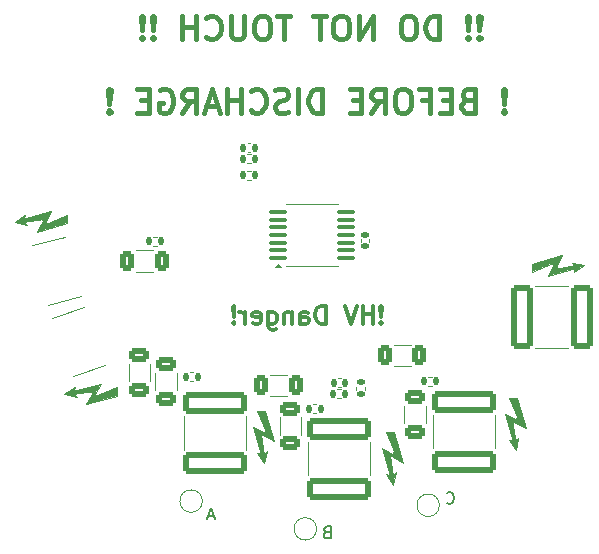
<source format=gbr>
%TF.GenerationSoftware,KiCad,Pcbnew,9.0.0*%
%TF.CreationDate,2025-06-01T03:36:43+08:00*%
%TF.ProjectId,CAPSTONE_MC,43415053-544f-44e4-955f-4d432e6b6963,Ver. 1.0.0*%
%TF.SameCoordinates,Original*%
%TF.FileFunction,Legend,Bot*%
%TF.FilePolarity,Positive*%
%FSLAX46Y46*%
G04 Gerber Fmt 4.6, Leading zero omitted, Abs format (unit mm)*
G04 Created by KiCad (PCBNEW 9.0.0) date 2025-06-01 03:36:43*
%MOMM*%
%LPD*%
G01*
G04 APERTURE LIST*
G04 Aperture macros list*
%AMRoundRect*
0 Rectangle with rounded corners*
0 $1 Rounding radius*
0 $2 $3 $4 $5 $6 $7 $8 $9 X,Y pos of 4 corners*
0 Add a 4 corners polygon primitive as box body*
4,1,4,$2,$3,$4,$5,$6,$7,$8,$9,$2,$3,0*
0 Add four circle primitives for the rounded corners*
1,1,$1+$1,$2,$3*
1,1,$1+$1,$4,$5*
1,1,$1+$1,$6,$7*
1,1,$1+$1,$8,$9*
0 Add four rect primitives between the rounded corners*
20,1,$1+$1,$2,$3,$4,$5,0*
20,1,$1+$1,$4,$5,$6,$7,0*
20,1,$1+$1,$6,$7,$8,$9,0*
20,1,$1+$1,$8,$9,$2,$3,0*%
G04 Aperture macros list end*
%ADD10C,0.150000*%
%ADD11C,0.300000*%
%ADD12C,0.400000*%
%ADD13C,0.200000*%
%ADD14C,0.100000*%
%ADD15C,0.120000*%
%ADD16C,2.200000*%
%ADD17RoundRect,0.250000X0.625000X-0.312500X0.625000X0.312500X-0.625000X0.312500X-0.625000X-0.312500X0*%
%ADD18RoundRect,0.250000X-0.625000X0.312500X-0.625000X-0.312500X0.625000X-0.312500X0.625000X0.312500X0*%
%ADD19RoundRect,0.250000X2.450000X-0.650000X2.450000X0.650000X-2.450000X0.650000X-2.450000X-0.650000X0*%
%ADD20RoundRect,0.250000X0.650000X2.450000X-0.650000X2.450000X-0.650000X-2.450000X0.650000X-2.450000X0*%
%ADD21RoundRect,0.135000X-0.135000X-0.185000X0.135000X-0.185000X0.135000X0.185000X-0.135000X0.185000X0*%
%ADD22RoundRect,0.250000X0.006255X-2.534751X1.261958X-2.198286X-0.006255X2.534751X-1.261958X2.198286X0*%
%ADD23RoundRect,0.140000X0.140000X0.170000X-0.140000X0.170000X-0.140000X-0.170000X0.140000X-0.170000X0*%
%ADD24RoundRect,0.135000X0.135000X0.185000X-0.135000X0.185000X-0.135000X-0.185000X0.135000X-0.185000X0*%
%ADD25RoundRect,0.140000X-0.140000X-0.170000X0.140000X-0.170000X0.140000X0.170000X-0.140000X0.170000X0*%
%ADD26C,1.500000*%
%ADD27RoundRect,0.250000X0.312500X0.625000X-0.312500X0.625000X-0.312500X-0.625000X0.312500X-0.625000X0*%
%ADD28RoundRect,0.250000X-0.312500X-0.625000X0.312500X-0.625000X0.312500X0.625000X-0.312500X0.625000X0*%
%ADD29RoundRect,0.140000X-0.170000X0.140000X-0.170000X-0.140000X0.170000X-0.140000X0.170000X0.140000X0*%
%ADD30RoundRect,0.135000X-0.185000X0.135000X-0.185000X-0.135000X0.185000X-0.135000X0.185000X0.135000X0*%
%ADD31RoundRect,0.250000X0.227149X-2.524560X1.448750X-2.079934X-0.227149X2.524560X-1.448750X2.079934X0*%
%ADD32RoundRect,0.100000X-0.637500X-0.100000X0.637500X-0.100000X0.637500X0.100000X-0.637500X0.100000X0*%
G04 APERTURE END LIST*
D10*
X112391792Y-81674580D02*
X112439411Y-81722200D01*
X112439411Y-81722200D02*
X112582268Y-81769819D01*
X112582268Y-81769819D02*
X112677506Y-81769819D01*
X112677506Y-81769819D02*
X112820363Y-81722200D01*
X112820363Y-81722200D02*
X112915601Y-81626961D01*
X112915601Y-81626961D02*
X112963220Y-81531723D01*
X112963220Y-81531723D02*
X113010839Y-81341247D01*
X113010839Y-81341247D02*
X113010839Y-81198390D01*
X113010839Y-81198390D02*
X112963220Y-81007914D01*
X112963220Y-81007914D02*
X112915601Y-80912676D01*
X112915601Y-80912676D02*
X112820363Y-80817438D01*
X112820363Y-80817438D02*
X112677506Y-80769819D01*
X112677506Y-80769819D02*
X112582268Y-80769819D01*
X112582268Y-80769819D02*
X112439411Y-80817438D01*
X112439411Y-80817438D02*
X112391792Y-80865057D01*
X102229887Y-84146009D02*
X102087030Y-84193628D01*
X102087030Y-84193628D02*
X102039411Y-84241247D01*
X102039411Y-84241247D02*
X101991792Y-84336485D01*
X101991792Y-84336485D02*
X101991792Y-84479342D01*
X101991792Y-84479342D02*
X102039411Y-84574580D01*
X102039411Y-84574580D02*
X102087030Y-84622200D01*
X102087030Y-84622200D02*
X102182268Y-84669819D01*
X102182268Y-84669819D02*
X102563220Y-84669819D01*
X102563220Y-84669819D02*
X102563220Y-83669819D01*
X102563220Y-83669819D02*
X102229887Y-83669819D01*
X102229887Y-83669819D02*
X102134649Y-83717438D01*
X102134649Y-83717438D02*
X102087030Y-83765057D01*
X102087030Y-83765057D02*
X102039411Y-83860295D01*
X102039411Y-83860295D02*
X102039411Y-83955533D01*
X102039411Y-83955533D02*
X102087030Y-84050771D01*
X102087030Y-84050771D02*
X102134649Y-84098390D01*
X102134649Y-84098390D02*
X102229887Y-84146009D01*
X102229887Y-84146009D02*
X102563220Y-84146009D01*
D11*
X106845489Y-66357971D02*
X106774060Y-66429400D01*
X106774060Y-66429400D02*
X106845489Y-66500828D01*
X106845489Y-66500828D02*
X106916917Y-66429400D01*
X106916917Y-66429400D02*
X106845489Y-66357971D01*
X106845489Y-66357971D02*
X106845489Y-66500828D01*
X106845489Y-65929400D02*
X106916917Y-65072257D01*
X106916917Y-65072257D02*
X106845489Y-65000828D01*
X106845489Y-65000828D02*
X106774060Y-65072257D01*
X106774060Y-65072257D02*
X106845489Y-65929400D01*
X106845489Y-65929400D02*
X106845489Y-65000828D01*
X106131203Y-66500828D02*
X106131203Y-65000828D01*
X106131203Y-65715114D02*
X105274060Y-65715114D01*
X105274060Y-66500828D02*
X105274060Y-65000828D01*
X104774059Y-65000828D02*
X104274059Y-66500828D01*
X104274059Y-66500828D02*
X103774059Y-65000828D01*
X102131203Y-66500828D02*
X102131203Y-65000828D01*
X102131203Y-65000828D02*
X101774060Y-65000828D01*
X101774060Y-65000828D02*
X101559774Y-65072257D01*
X101559774Y-65072257D02*
X101416917Y-65215114D01*
X101416917Y-65215114D02*
X101345488Y-65357971D01*
X101345488Y-65357971D02*
X101274060Y-65643685D01*
X101274060Y-65643685D02*
X101274060Y-65857971D01*
X101274060Y-65857971D02*
X101345488Y-66143685D01*
X101345488Y-66143685D02*
X101416917Y-66286542D01*
X101416917Y-66286542D02*
X101559774Y-66429400D01*
X101559774Y-66429400D02*
X101774060Y-66500828D01*
X101774060Y-66500828D02*
X102131203Y-66500828D01*
X99988346Y-66500828D02*
X99988346Y-65715114D01*
X99988346Y-65715114D02*
X100059774Y-65572257D01*
X100059774Y-65572257D02*
X100202631Y-65500828D01*
X100202631Y-65500828D02*
X100488346Y-65500828D01*
X100488346Y-65500828D02*
X100631203Y-65572257D01*
X99988346Y-66429400D02*
X100131203Y-66500828D01*
X100131203Y-66500828D02*
X100488346Y-66500828D01*
X100488346Y-66500828D02*
X100631203Y-66429400D01*
X100631203Y-66429400D02*
X100702631Y-66286542D01*
X100702631Y-66286542D02*
X100702631Y-66143685D01*
X100702631Y-66143685D02*
X100631203Y-66000828D01*
X100631203Y-66000828D02*
X100488346Y-65929400D01*
X100488346Y-65929400D02*
X100131203Y-65929400D01*
X100131203Y-65929400D02*
X99988346Y-65857971D01*
X99274060Y-65500828D02*
X99274060Y-66500828D01*
X99274060Y-65643685D02*
X99202631Y-65572257D01*
X99202631Y-65572257D02*
X99059774Y-65500828D01*
X99059774Y-65500828D02*
X98845488Y-65500828D01*
X98845488Y-65500828D02*
X98702631Y-65572257D01*
X98702631Y-65572257D02*
X98631203Y-65715114D01*
X98631203Y-65715114D02*
X98631203Y-66500828D01*
X97274060Y-65500828D02*
X97274060Y-66715114D01*
X97274060Y-66715114D02*
X97345488Y-66857971D01*
X97345488Y-66857971D02*
X97416917Y-66929400D01*
X97416917Y-66929400D02*
X97559774Y-67000828D01*
X97559774Y-67000828D02*
X97774060Y-67000828D01*
X97774060Y-67000828D02*
X97916917Y-66929400D01*
X97274060Y-66429400D02*
X97416917Y-66500828D01*
X97416917Y-66500828D02*
X97702631Y-66500828D01*
X97702631Y-66500828D02*
X97845488Y-66429400D01*
X97845488Y-66429400D02*
X97916917Y-66357971D01*
X97916917Y-66357971D02*
X97988345Y-66215114D01*
X97988345Y-66215114D02*
X97988345Y-65786542D01*
X97988345Y-65786542D02*
X97916917Y-65643685D01*
X97916917Y-65643685D02*
X97845488Y-65572257D01*
X97845488Y-65572257D02*
X97702631Y-65500828D01*
X97702631Y-65500828D02*
X97416917Y-65500828D01*
X97416917Y-65500828D02*
X97274060Y-65572257D01*
X95988345Y-66429400D02*
X96131202Y-66500828D01*
X96131202Y-66500828D02*
X96416917Y-66500828D01*
X96416917Y-66500828D02*
X96559774Y-66429400D01*
X96559774Y-66429400D02*
X96631202Y-66286542D01*
X96631202Y-66286542D02*
X96631202Y-65715114D01*
X96631202Y-65715114D02*
X96559774Y-65572257D01*
X96559774Y-65572257D02*
X96416917Y-65500828D01*
X96416917Y-65500828D02*
X96131202Y-65500828D01*
X96131202Y-65500828D02*
X95988345Y-65572257D01*
X95988345Y-65572257D02*
X95916917Y-65715114D01*
X95916917Y-65715114D02*
X95916917Y-65857971D01*
X95916917Y-65857971D02*
X96631202Y-66000828D01*
X95274060Y-66500828D02*
X95274060Y-65500828D01*
X95274060Y-65786542D02*
X95202631Y-65643685D01*
X95202631Y-65643685D02*
X95131203Y-65572257D01*
X95131203Y-65572257D02*
X94988345Y-65500828D01*
X94988345Y-65500828D02*
X94845488Y-65500828D01*
X94345489Y-66357971D02*
X94274060Y-66429400D01*
X94274060Y-66429400D02*
X94345489Y-66500828D01*
X94345489Y-66500828D02*
X94416917Y-66429400D01*
X94416917Y-66429400D02*
X94345489Y-66357971D01*
X94345489Y-66357971D02*
X94345489Y-66500828D01*
X94345489Y-65929400D02*
X94416917Y-65072257D01*
X94416917Y-65072257D02*
X94345489Y-65000828D01*
X94345489Y-65000828D02*
X94274060Y-65072257D01*
X94274060Y-65072257D02*
X94345489Y-65929400D01*
X94345489Y-65929400D02*
X94345489Y-65000828D01*
D12*
X117260652Y-48443961D02*
X117165414Y-48539200D01*
X117165414Y-48539200D02*
X117260652Y-48634438D01*
X117260652Y-48634438D02*
X117355890Y-48539200D01*
X117355890Y-48539200D02*
X117260652Y-48443961D01*
X117260652Y-48443961D02*
X117260652Y-48634438D01*
X117260652Y-47872533D02*
X117355890Y-46729676D01*
X117355890Y-46729676D02*
X117260652Y-46634438D01*
X117260652Y-46634438D02*
X117165414Y-46729676D01*
X117165414Y-46729676D02*
X117260652Y-47872533D01*
X117260652Y-47872533D02*
X117260652Y-46634438D01*
X114117794Y-47586819D02*
X113832080Y-47682057D01*
X113832080Y-47682057D02*
X113736842Y-47777295D01*
X113736842Y-47777295D02*
X113641604Y-47967771D01*
X113641604Y-47967771D02*
X113641604Y-48253485D01*
X113641604Y-48253485D02*
X113736842Y-48443961D01*
X113736842Y-48443961D02*
X113832080Y-48539200D01*
X113832080Y-48539200D02*
X114022556Y-48634438D01*
X114022556Y-48634438D02*
X114784461Y-48634438D01*
X114784461Y-48634438D02*
X114784461Y-46634438D01*
X114784461Y-46634438D02*
X114117794Y-46634438D01*
X114117794Y-46634438D02*
X113927318Y-46729676D01*
X113927318Y-46729676D02*
X113832080Y-46824914D01*
X113832080Y-46824914D02*
X113736842Y-47015390D01*
X113736842Y-47015390D02*
X113736842Y-47205866D01*
X113736842Y-47205866D02*
X113832080Y-47396342D01*
X113832080Y-47396342D02*
X113927318Y-47491580D01*
X113927318Y-47491580D02*
X114117794Y-47586819D01*
X114117794Y-47586819D02*
X114784461Y-47586819D01*
X112784461Y-47586819D02*
X112117794Y-47586819D01*
X111832080Y-48634438D02*
X112784461Y-48634438D01*
X112784461Y-48634438D02*
X112784461Y-46634438D01*
X112784461Y-46634438D02*
X111832080Y-46634438D01*
X110308270Y-47586819D02*
X110974937Y-47586819D01*
X110974937Y-48634438D02*
X110974937Y-46634438D01*
X110974937Y-46634438D02*
X110022556Y-46634438D01*
X108879699Y-46634438D02*
X108498746Y-46634438D01*
X108498746Y-46634438D02*
X108308270Y-46729676D01*
X108308270Y-46729676D02*
X108117794Y-46920152D01*
X108117794Y-46920152D02*
X108022556Y-47301104D01*
X108022556Y-47301104D02*
X108022556Y-47967771D01*
X108022556Y-47967771D02*
X108117794Y-48348723D01*
X108117794Y-48348723D02*
X108308270Y-48539200D01*
X108308270Y-48539200D02*
X108498746Y-48634438D01*
X108498746Y-48634438D02*
X108879699Y-48634438D01*
X108879699Y-48634438D02*
X109070175Y-48539200D01*
X109070175Y-48539200D02*
X109260651Y-48348723D01*
X109260651Y-48348723D02*
X109355889Y-47967771D01*
X109355889Y-47967771D02*
X109355889Y-47301104D01*
X109355889Y-47301104D02*
X109260651Y-46920152D01*
X109260651Y-46920152D02*
X109070175Y-46729676D01*
X109070175Y-46729676D02*
X108879699Y-46634438D01*
X106022556Y-48634438D02*
X106689223Y-47682057D01*
X107165413Y-48634438D02*
X107165413Y-46634438D01*
X107165413Y-46634438D02*
X106403508Y-46634438D01*
X106403508Y-46634438D02*
X106213032Y-46729676D01*
X106213032Y-46729676D02*
X106117794Y-46824914D01*
X106117794Y-46824914D02*
X106022556Y-47015390D01*
X106022556Y-47015390D02*
X106022556Y-47301104D01*
X106022556Y-47301104D02*
X106117794Y-47491580D01*
X106117794Y-47491580D02*
X106213032Y-47586819D01*
X106213032Y-47586819D02*
X106403508Y-47682057D01*
X106403508Y-47682057D02*
X107165413Y-47682057D01*
X105165413Y-47586819D02*
X104498746Y-47586819D01*
X104213032Y-48634438D02*
X105165413Y-48634438D01*
X105165413Y-48634438D02*
X105165413Y-46634438D01*
X105165413Y-46634438D02*
X104213032Y-46634438D01*
X101832079Y-48634438D02*
X101832079Y-46634438D01*
X101832079Y-46634438D02*
X101355889Y-46634438D01*
X101355889Y-46634438D02*
X101070174Y-46729676D01*
X101070174Y-46729676D02*
X100879698Y-46920152D01*
X100879698Y-46920152D02*
X100784460Y-47110628D01*
X100784460Y-47110628D02*
X100689222Y-47491580D01*
X100689222Y-47491580D02*
X100689222Y-47777295D01*
X100689222Y-47777295D02*
X100784460Y-48158247D01*
X100784460Y-48158247D02*
X100879698Y-48348723D01*
X100879698Y-48348723D02*
X101070174Y-48539200D01*
X101070174Y-48539200D02*
X101355889Y-48634438D01*
X101355889Y-48634438D02*
X101832079Y-48634438D01*
X99832079Y-48634438D02*
X99832079Y-46634438D01*
X98974936Y-48539200D02*
X98689222Y-48634438D01*
X98689222Y-48634438D02*
X98213031Y-48634438D01*
X98213031Y-48634438D02*
X98022555Y-48539200D01*
X98022555Y-48539200D02*
X97927317Y-48443961D01*
X97927317Y-48443961D02*
X97832079Y-48253485D01*
X97832079Y-48253485D02*
X97832079Y-48063009D01*
X97832079Y-48063009D02*
X97927317Y-47872533D01*
X97927317Y-47872533D02*
X98022555Y-47777295D01*
X98022555Y-47777295D02*
X98213031Y-47682057D01*
X98213031Y-47682057D02*
X98593984Y-47586819D01*
X98593984Y-47586819D02*
X98784460Y-47491580D01*
X98784460Y-47491580D02*
X98879698Y-47396342D01*
X98879698Y-47396342D02*
X98974936Y-47205866D01*
X98974936Y-47205866D02*
X98974936Y-47015390D01*
X98974936Y-47015390D02*
X98879698Y-46824914D01*
X98879698Y-46824914D02*
X98784460Y-46729676D01*
X98784460Y-46729676D02*
X98593984Y-46634438D01*
X98593984Y-46634438D02*
X98117793Y-46634438D01*
X98117793Y-46634438D02*
X97832079Y-46729676D01*
X95832079Y-48443961D02*
X95927317Y-48539200D01*
X95927317Y-48539200D02*
X96213031Y-48634438D01*
X96213031Y-48634438D02*
X96403507Y-48634438D01*
X96403507Y-48634438D02*
X96689222Y-48539200D01*
X96689222Y-48539200D02*
X96879698Y-48348723D01*
X96879698Y-48348723D02*
X96974936Y-48158247D01*
X96974936Y-48158247D02*
X97070174Y-47777295D01*
X97070174Y-47777295D02*
X97070174Y-47491580D01*
X97070174Y-47491580D02*
X96974936Y-47110628D01*
X96974936Y-47110628D02*
X96879698Y-46920152D01*
X96879698Y-46920152D02*
X96689222Y-46729676D01*
X96689222Y-46729676D02*
X96403507Y-46634438D01*
X96403507Y-46634438D02*
X96213031Y-46634438D01*
X96213031Y-46634438D02*
X95927317Y-46729676D01*
X95927317Y-46729676D02*
X95832079Y-46824914D01*
X94974936Y-48634438D02*
X94974936Y-46634438D01*
X94974936Y-47586819D02*
X93832079Y-47586819D01*
X93832079Y-48634438D02*
X93832079Y-46634438D01*
X92974936Y-48063009D02*
X92022555Y-48063009D01*
X93165412Y-48634438D02*
X92498746Y-46634438D01*
X92498746Y-46634438D02*
X91832079Y-48634438D01*
X90022555Y-48634438D02*
X90689222Y-47682057D01*
X91165412Y-48634438D02*
X91165412Y-46634438D01*
X91165412Y-46634438D02*
X90403507Y-46634438D01*
X90403507Y-46634438D02*
X90213031Y-46729676D01*
X90213031Y-46729676D02*
X90117793Y-46824914D01*
X90117793Y-46824914D02*
X90022555Y-47015390D01*
X90022555Y-47015390D02*
X90022555Y-47301104D01*
X90022555Y-47301104D02*
X90117793Y-47491580D01*
X90117793Y-47491580D02*
X90213031Y-47586819D01*
X90213031Y-47586819D02*
X90403507Y-47682057D01*
X90403507Y-47682057D02*
X91165412Y-47682057D01*
X88117793Y-46729676D02*
X88308269Y-46634438D01*
X88308269Y-46634438D02*
X88593983Y-46634438D01*
X88593983Y-46634438D02*
X88879698Y-46729676D01*
X88879698Y-46729676D02*
X89070174Y-46920152D01*
X89070174Y-46920152D02*
X89165412Y-47110628D01*
X89165412Y-47110628D02*
X89260650Y-47491580D01*
X89260650Y-47491580D02*
X89260650Y-47777295D01*
X89260650Y-47777295D02*
X89165412Y-48158247D01*
X89165412Y-48158247D02*
X89070174Y-48348723D01*
X89070174Y-48348723D02*
X88879698Y-48539200D01*
X88879698Y-48539200D02*
X88593983Y-48634438D01*
X88593983Y-48634438D02*
X88403507Y-48634438D01*
X88403507Y-48634438D02*
X88117793Y-48539200D01*
X88117793Y-48539200D02*
X88022555Y-48443961D01*
X88022555Y-48443961D02*
X88022555Y-47777295D01*
X88022555Y-47777295D02*
X88403507Y-47777295D01*
X87165412Y-47586819D02*
X86498745Y-47586819D01*
X86213031Y-48634438D02*
X87165412Y-48634438D01*
X87165412Y-48634438D02*
X87165412Y-46634438D01*
X87165412Y-46634438D02*
X86213031Y-46634438D01*
X83832078Y-48443961D02*
X83736840Y-48539200D01*
X83736840Y-48539200D02*
X83832078Y-48634438D01*
X83832078Y-48634438D02*
X83927316Y-48539200D01*
X83927316Y-48539200D02*
X83832078Y-48443961D01*
X83832078Y-48443961D02*
X83832078Y-48634438D01*
X83832078Y-47872533D02*
X83927316Y-46729676D01*
X83927316Y-46729676D02*
X83832078Y-46634438D01*
X83832078Y-46634438D02*
X83736840Y-46729676D01*
X83736840Y-46729676D02*
X83832078Y-47872533D01*
X83832078Y-47872533D02*
X83832078Y-46634438D01*
X115160652Y-42243961D02*
X115065414Y-42339200D01*
X115065414Y-42339200D02*
X115160652Y-42434438D01*
X115160652Y-42434438D02*
X115255890Y-42339200D01*
X115255890Y-42339200D02*
X115160652Y-42243961D01*
X115160652Y-42243961D02*
X115160652Y-42434438D01*
X115160652Y-41672533D02*
X115255890Y-40529676D01*
X115255890Y-40529676D02*
X115160652Y-40434438D01*
X115160652Y-40434438D02*
X115065414Y-40529676D01*
X115065414Y-40529676D02*
X115160652Y-41672533D01*
X115160652Y-41672533D02*
X115160652Y-40434438D01*
X114208271Y-42243961D02*
X114113033Y-42339200D01*
X114113033Y-42339200D02*
X114208271Y-42434438D01*
X114208271Y-42434438D02*
X114303509Y-42339200D01*
X114303509Y-42339200D02*
X114208271Y-42243961D01*
X114208271Y-42243961D02*
X114208271Y-42434438D01*
X114208271Y-41672533D02*
X114303509Y-40529676D01*
X114303509Y-40529676D02*
X114208271Y-40434438D01*
X114208271Y-40434438D02*
X114113033Y-40529676D01*
X114113033Y-40529676D02*
X114208271Y-41672533D01*
X114208271Y-41672533D02*
X114208271Y-40434438D01*
X111732080Y-42434438D02*
X111732080Y-40434438D01*
X111732080Y-40434438D02*
X111255890Y-40434438D01*
X111255890Y-40434438D02*
X110970175Y-40529676D01*
X110970175Y-40529676D02*
X110779699Y-40720152D01*
X110779699Y-40720152D02*
X110684461Y-40910628D01*
X110684461Y-40910628D02*
X110589223Y-41291580D01*
X110589223Y-41291580D02*
X110589223Y-41577295D01*
X110589223Y-41577295D02*
X110684461Y-41958247D01*
X110684461Y-41958247D02*
X110779699Y-42148723D01*
X110779699Y-42148723D02*
X110970175Y-42339200D01*
X110970175Y-42339200D02*
X111255890Y-42434438D01*
X111255890Y-42434438D02*
X111732080Y-42434438D01*
X109351128Y-40434438D02*
X108970175Y-40434438D01*
X108970175Y-40434438D02*
X108779699Y-40529676D01*
X108779699Y-40529676D02*
X108589223Y-40720152D01*
X108589223Y-40720152D02*
X108493985Y-41101104D01*
X108493985Y-41101104D02*
X108493985Y-41767771D01*
X108493985Y-41767771D02*
X108589223Y-42148723D01*
X108589223Y-42148723D02*
X108779699Y-42339200D01*
X108779699Y-42339200D02*
X108970175Y-42434438D01*
X108970175Y-42434438D02*
X109351128Y-42434438D01*
X109351128Y-42434438D02*
X109541604Y-42339200D01*
X109541604Y-42339200D02*
X109732080Y-42148723D01*
X109732080Y-42148723D02*
X109827318Y-41767771D01*
X109827318Y-41767771D02*
X109827318Y-41101104D01*
X109827318Y-41101104D02*
X109732080Y-40720152D01*
X109732080Y-40720152D02*
X109541604Y-40529676D01*
X109541604Y-40529676D02*
X109351128Y-40434438D01*
X106113032Y-42434438D02*
X106113032Y-40434438D01*
X106113032Y-40434438D02*
X104970175Y-42434438D01*
X104970175Y-42434438D02*
X104970175Y-40434438D01*
X103636842Y-40434438D02*
X103255889Y-40434438D01*
X103255889Y-40434438D02*
X103065413Y-40529676D01*
X103065413Y-40529676D02*
X102874937Y-40720152D01*
X102874937Y-40720152D02*
X102779699Y-41101104D01*
X102779699Y-41101104D02*
X102779699Y-41767771D01*
X102779699Y-41767771D02*
X102874937Y-42148723D01*
X102874937Y-42148723D02*
X103065413Y-42339200D01*
X103065413Y-42339200D02*
X103255889Y-42434438D01*
X103255889Y-42434438D02*
X103636842Y-42434438D01*
X103636842Y-42434438D02*
X103827318Y-42339200D01*
X103827318Y-42339200D02*
X104017794Y-42148723D01*
X104017794Y-42148723D02*
X104113032Y-41767771D01*
X104113032Y-41767771D02*
X104113032Y-41101104D01*
X104113032Y-41101104D02*
X104017794Y-40720152D01*
X104017794Y-40720152D02*
X103827318Y-40529676D01*
X103827318Y-40529676D02*
X103636842Y-40434438D01*
X102208270Y-40434438D02*
X101065413Y-40434438D01*
X101636842Y-42434438D02*
X101636842Y-40434438D01*
X99160650Y-40434438D02*
X98017793Y-40434438D01*
X98589222Y-42434438D02*
X98589222Y-40434438D01*
X96970174Y-40434438D02*
X96589221Y-40434438D01*
X96589221Y-40434438D02*
X96398745Y-40529676D01*
X96398745Y-40529676D02*
X96208269Y-40720152D01*
X96208269Y-40720152D02*
X96113031Y-41101104D01*
X96113031Y-41101104D02*
X96113031Y-41767771D01*
X96113031Y-41767771D02*
X96208269Y-42148723D01*
X96208269Y-42148723D02*
X96398745Y-42339200D01*
X96398745Y-42339200D02*
X96589221Y-42434438D01*
X96589221Y-42434438D02*
X96970174Y-42434438D01*
X96970174Y-42434438D02*
X97160650Y-42339200D01*
X97160650Y-42339200D02*
X97351126Y-42148723D01*
X97351126Y-42148723D02*
X97446364Y-41767771D01*
X97446364Y-41767771D02*
X97446364Y-41101104D01*
X97446364Y-41101104D02*
X97351126Y-40720152D01*
X97351126Y-40720152D02*
X97160650Y-40529676D01*
X97160650Y-40529676D02*
X96970174Y-40434438D01*
X95255888Y-40434438D02*
X95255888Y-42053485D01*
X95255888Y-42053485D02*
X95160650Y-42243961D01*
X95160650Y-42243961D02*
X95065412Y-42339200D01*
X95065412Y-42339200D02*
X94874936Y-42434438D01*
X94874936Y-42434438D02*
X94493983Y-42434438D01*
X94493983Y-42434438D02*
X94303507Y-42339200D01*
X94303507Y-42339200D02*
X94208269Y-42243961D01*
X94208269Y-42243961D02*
X94113031Y-42053485D01*
X94113031Y-42053485D02*
X94113031Y-40434438D01*
X92017793Y-42243961D02*
X92113031Y-42339200D01*
X92113031Y-42339200D02*
X92398745Y-42434438D01*
X92398745Y-42434438D02*
X92589221Y-42434438D01*
X92589221Y-42434438D02*
X92874936Y-42339200D01*
X92874936Y-42339200D02*
X93065412Y-42148723D01*
X93065412Y-42148723D02*
X93160650Y-41958247D01*
X93160650Y-41958247D02*
X93255888Y-41577295D01*
X93255888Y-41577295D02*
X93255888Y-41291580D01*
X93255888Y-41291580D02*
X93160650Y-40910628D01*
X93160650Y-40910628D02*
X93065412Y-40720152D01*
X93065412Y-40720152D02*
X92874936Y-40529676D01*
X92874936Y-40529676D02*
X92589221Y-40434438D01*
X92589221Y-40434438D02*
X92398745Y-40434438D01*
X92398745Y-40434438D02*
X92113031Y-40529676D01*
X92113031Y-40529676D02*
X92017793Y-40624914D01*
X91160650Y-42434438D02*
X91160650Y-40434438D01*
X91160650Y-41386819D02*
X90017793Y-41386819D01*
X90017793Y-42434438D02*
X90017793Y-40434438D01*
X87541602Y-42243961D02*
X87446364Y-42339200D01*
X87446364Y-42339200D02*
X87541602Y-42434438D01*
X87541602Y-42434438D02*
X87636840Y-42339200D01*
X87636840Y-42339200D02*
X87541602Y-42243961D01*
X87541602Y-42243961D02*
X87541602Y-42434438D01*
X87541602Y-41672533D02*
X87636840Y-40529676D01*
X87636840Y-40529676D02*
X87541602Y-40434438D01*
X87541602Y-40434438D02*
X87446364Y-40529676D01*
X87446364Y-40529676D02*
X87541602Y-41672533D01*
X87541602Y-41672533D02*
X87541602Y-40434438D01*
X86589221Y-42243961D02*
X86493983Y-42339200D01*
X86493983Y-42339200D02*
X86589221Y-42434438D01*
X86589221Y-42434438D02*
X86684459Y-42339200D01*
X86684459Y-42339200D02*
X86589221Y-42243961D01*
X86589221Y-42243961D02*
X86589221Y-42434438D01*
X86589221Y-41672533D02*
X86684459Y-40529676D01*
X86684459Y-40529676D02*
X86589221Y-40434438D01*
X86589221Y-40434438D02*
X86493983Y-40529676D01*
X86493983Y-40529676D02*
X86589221Y-41672533D01*
X86589221Y-41672533D02*
X86589221Y-40434438D01*
D10*
X92710839Y-82784104D02*
X92234649Y-82784104D01*
X92806077Y-83069819D02*
X92472744Y-82069819D01*
X92472744Y-82069819D02*
X92139411Y-83069819D01*
D13*
%TO.C,REF\u002A\u002A*%
X76670000Y-57980000D02*
X76580000Y-57470000D01*
X78305000Y-57770000D02*
X78055000Y-57570000D01*
X78550000Y-58090000D02*
X78300000Y-57890000D01*
D14*
X78274260Y-58138427D02*
X80267896Y-57279854D01*
X80267896Y-57992906D01*
X77692177Y-58720510D01*
X78288812Y-57600000D01*
X76557114Y-57876489D01*
X76877260Y-58109323D01*
X75829510Y-57891042D01*
X76717187Y-57294406D01*
X76513458Y-57629104D01*
X78900000Y-56974260D01*
X78274260Y-58138427D01*
G36*
X78274260Y-58138427D02*
G01*
X80267896Y-57279854D01*
X80267896Y-57992906D01*
X77692177Y-58720510D01*
X78288812Y-57600000D01*
X76557114Y-57876489D01*
X76877260Y-58109323D01*
X75829510Y-57891042D01*
X76717187Y-57294406D01*
X76513458Y-57629104D01*
X78900000Y-56974260D01*
X78274260Y-58138427D01*
G37*
D15*
%TO.C,R12*%
X85455000Y-69927936D02*
X85455000Y-71382064D01*
X87275000Y-69927936D02*
X87275000Y-71382064D01*
%TO.C,R24*%
X87735000Y-70687936D02*
X87735000Y-72142064D01*
X89555000Y-70687936D02*
X89555000Y-72142064D01*
D13*
%TO.C,REF\u002A\u002A*%
X107722615Y-77643703D02*
X107522615Y-77893703D01*
X107932615Y-79278703D02*
X107422615Y-79368703D01*
X108042615Y-77398703D02*
X107842615Y-77648703D01*
D14*
X108673125Y-78256526D02*
X107552615Y-77659891D01*
X107829104Y-79391589D01*
X108061938Y-79071443D01*
X107843657Y-80119193D01*
X107247021Y-79231516D01*
X107581719Y-79435245D01*
X106926875Y-77048703D01*
X108091042Y-77674443D01*
X107232469Y-75680807D01*
X107945521Y-75680807D01*
X108673125Y-78256526D01*
G36*
X108673125Y-78256526D02*
G01*
X107552615Y-77659891D01*
X107829104Y-79391589D01*
X108061938Y-79071443D01*
X107843657Y-80119193D01*
X107247021Y-79231516D01*
X107581719Y-79435245D01*
X106926875Y-77048703D01*
X108091042Y-77674443D01*
X107232469Y-75680807D01*
X107945521Y-75680807D01*
X108673125Y-78256526D01*
G37*
D15*
%TO.C,C30*%
X100655000Y-76519252D02*
X100655000Y-79350748D01*
X105875000Y-76519252D02*
X105875000Y-79350748D01*
%TO.C,C48*%
X119869252Y-63305000D02*
X122700748Y-63305000D01*
X119869252Y-68525000D02*
X122700748Y-68525000D01*
%TO.C,R27*%
X101051359Y-73305750D02*
X101358641Y-73305750D01*
X101051359Y-74065750D02*
X101358641Y-74065750D01*
%TO.C,C32*%
X111225000Y-74229252D02*
X111225000Y-77060748D01*
X116445000Y-74229252D02*
X116445000Y-77060748D01*
%TO.C,C49*%
X77301975Y-59860355D02*
X80036990Y-59127512D01*
X78653010Y-64902488D02*
X81388025Y-64169645D01*
%TO.C,C40*%
X103422836Y-71125000D02*
X103207164Y-71125000D01*
X103422836Y-71845000D02*
X103207164Y-71845000D01*
%TO.C,R23*%
X87863641Y-59140000D02*
X87556359Y-59140000D01*
X87863641Y-59900000D02*
X87556359Y-59900000D01*
%TO.C,C41*%
X95532164Y-51235000D02*
X95747836Y-51235000D01*
X95532164Y-51955000D02*
X95747836Y-51955000D01*
D13*
%TO.C,REF\u002A\u002A*%
X121298703Y-61357385D02*
X121548703Y-61557385D01*
X121543703Y-61677385D02*
X121793703Y-61877385D01*
X123178703Y-61467385D02*
X123268703Y-61977385D01*
D14*
X121559891Y-61847385D02*
X123291589Y-61570896D01*
X122971443Y-61338062D01*
X124019193Y-61556343D01*
X123131516Y-62152979D01*
X123335245Y-61818281D01*
X120948703Y-62473125D01*
X121574443Y-61308958D01*
X119580807Y-62167531D01*
X119580807Y-61454479D01*
X122156526Y-60726875D01*
X121559891Y-61847385D01*
G36*
X121559891Y-61847385D02*
G01*
X123291589Y-61570896D01*
X122971443Y-61338062D01*
X124019193Y-61556343D01*
X123131516Y-62152979D01*
X123335245Y-61818281D01*
X120948703Y-62473125D01*
X121574443Y-61308958D01*
X119580807Y-62167531D01*
X119580807Y-61454479D01*
X122156526Y-60726875D01*
X121559891Y-61847385D01*
G37*
D13*
X96822615Y-75843703D02*
X96622615Y-76093703D01*
X97032615Y-77478703D02*
X96522615Y-77568703D01*
X97142615Y-75598703D02*
X96942615Y-75848703D01*
D14*
X97773125Y-76456526D02*
X96652615Y-75859891D01*
X96929104Y-77591589D01*
X97161938Y-77271443D01*
X96943657Y-78319193D01*
X96347021Y-77431516D01*
X96681719Y-77635245D01*
X96026875Y-75248703D01*
X97191042Y-75874443D01*
X96332469Y-73880807D01*
X97045521Y-73880807D01*
X97773125Y-76456526D01*
G36*
X97773125Y-76456526D02*
G01*
X96652615Y-75859891D01*
X96929104Y-77591589D01*
X97161938Y-77271443D01*
X96943657Y-78319193D01*
X96347021Y-77431516D01*
X96681719Y-77635245D01*
X96026875Y-75248703D01*
X97191042Y-75874443D01*
X96332469Y-73880807D01*
X97045521Y-73880807D01*
X97773125Y-76456526D01*
G37*
D15*
%TO.C,TP19*%
X111775000Y-81875000D02*
G75*
G02*
X109875000Y-81875000I-950000J0D01*
G01*
X109875000Y-81875000D02*
G75*
G02*
X111775000Y-81875000I950000J0D01*
G01*
%TO.C,R16*%
X103448641Y-72065000D02*
X103141359Y-72065000D01*
X103448641Y-72825000D02*
X103141359Y-72825000D01*
%TO.C,R22*%
X87522064Y-60295001D02*
X86067934Y-60295000D01*
X87522066Y-62115000D02*
X86067936Y-62114999D01*
%TO.C,R10*%
X109352064Y-68275000D02*
X107897936Y-68275000D01*
X109352064Y-70095000D02*
X107897936Y-70095000D01*
%TO.C,R11*%
X98872064Y-70815000D02*
X97417936Y-70815000D01*
X98872064Y-72635000D02*
X97417936Y-72635000D01*
%TO.C,R25*%
X90641359Y-70625000D02*
X90948641Y-70625000D01*
X90641359Y-71385000D02*
X90948641Y-71385000D01*
%TO.C,R28*%
X108805000Y-73477936D02*
X108805000Y-74932064D01*
X110625000Y-73477936D02*
X110625000Y-74932064D01*
%TO.C,C45*%
X105095000Y-59357164D02*
X105095000Y-59572836D01*
X105815000Y-59357164D02*
X105815000Y-59572836D01*
%TO.C,R26*%
X98245000Y-74437936D02*
X98245000Y-75892064D01*
X100065000Y-74437936D02*
X100065000Y-75892064D01*
%TO.C,R17*%
X95491359Y-52175000D02*
X95798641Y-52175000D01*
X95491359Y-52935000D02*
X95798641Y-52935000D01*
%TO.C,TH2*%
X95818641Y-53535000D02*
X95511359Y-53535000D01*
X95818641Y-54295000D02*
X95511359Y-54295000D01*
D13*
%TO.C,REF\u002A\u002A*%
X80870000Y-72580000D02*
X80780000Y-72070000D01*
X82505000Y-72370000D02*
X82255000Y-72170000D01*
X82750000Y-72690000D02*
X82500000Y-72490000D01*
D14*
X82474260Y-72738427D02*
X84467896Y-71879854D01*
X84467896Y-72592906D01*
X81892177Y-73320510D01*
X82488812Y-72200000D01*
X80757114Y-72476489D01*
X81077260Y-72709323D01*
X80029510Y-72491042D01*
X80917187Y-71894406D01*
X80713458Y-72229104D01*
X83100000Y-71574260D01*
X82474260Y-72738427D01*
G36*
X82474260Y-72738427D02*
G01*
X84467896Y-71879854D01*
X84467896Y-72592906D01*
X81892177Y-73320510D01*
X82488812Y-72200000D01*
X80757114Y-72476489D01*
X81077260Y-72709323D01*
X80029510Y-72491042D01*
X80917187Y-71894406D01*
X80713458Y-72229104D01*
X83100000Y-71574260D01*
X82474260Y-72738427D01*
G37*
D15*
%TO.C,C31*%
X90155000Y-74359252D02*
X90155000Y-77190748D01*
X95375000Y-74359252D02*
X95375000Y-77190748D01*
D13*
%TO.C,REF\u002A\u002A*%
X118122615Y-74743703D02*
X117922615Y-74993703D01*
X118332615Y-76378703D02*
X117822615Y-76468703D01*
X118442615Y-74498703D02*
X118242615Y-74748703D01*
D14*
X119073125Y-75356526D02*
X117952615Y-74759891D01*
X118229104Y-76491589D01*
X118461938Y-76171443D01*
X118243657Y-77219193D01*
X117647021Y-76331516D01*
X117981719Y-76535245D01*
X117326875Y-74148703D01*
X118491042Y-74774443D01*
X117632469Y-72780807D01*
X118345521Y-72780807D01*
X119073125Y-75356526D01*
G36*
X119073125Y-75356526D02*
G01*
X117952615Y-74759891D01*
X118229104Y-76491589D01*
X118461938Y-76171443D01*
X118243657Y-77219193D01*
X117647021Y-76331516D01*
X117981719Y-76535245D01*
X117326875Y-74148703D01*
X118491042Y-74774443D01*
X117632469Y-72780807D01*
X118345521Y-72780807D01*
X119073125Y-75356526D01*
G37*
D15*
%TO.C,TH1*%
X104715000Y-71831359D02*
X104715000Y-72138641D01*
X105475000Y-71831359D02*
X105475000Y-72138641D01*
%TO.C,C50*%
X79001960Y-66036616D02*
X81662696Y-65068188D01*
X80787304Y-70941812D02*
X83448040Y-69973384D01*
%TO.C,TP18*%
X101375000Y-83875000D02*
G75*
G02*
X99475000Y-83875000I-950000J0D01*
G01*
X99475000Y-83875000D02*
G75*
G02*
X101375000Y-83875000I950000J0D01*
G01*
%TO.C,TP17*%
X91702999Y-81525000D02*
G75*
G02*
X89802999Y-81525000I-950000J0D01*
G01*
X89802999Y-81525000D02*
G75*
G02*
X91702999Y-81525000I950000J0D01*
G01*
%TO.C,U8*%
X98800000Y-56390000D02*
X101000000Y-56390000D01*
X98800000Y-61610000D02*
X101000000Y-61610000D01*
X103200000Y-56390000D02*
X101000000Y-56390000D01*
X103200000Y-61610000D02*
X101000000Y-61610000D01*
X98340000Y-61740000D02*
X97860000Y-61740000D01*
X98100000Y-61410000D01*
X98340000Y-61740000D01*
G36*
X98340000Y-61740000D02*
G01*
X97860000Y-61740000D01*
X98100000Y-61410000D01*
X98340000Y-61740000D01*
G37*
%TO.C,R29*%
X110831359Y-71015000D02*
X111138641Y-71015000D01*
X110831359Y-71775000D02*
X111138641Y-71775000D01*
%TD*%
%LPC*%
D16*
%TO.C,H2*%
X87810000Y-66140000D03*
%TD*%
%TO.C,H1*%
X104850000Y-44510000D03*
%TD*%
%TO.C,H3*%
X113960000Y-66550000D03*
%TD*%
D17*
%TO.C,R12*%
X86365000Y-72117500D03*
X86365000Y-69192500D03*
%TD*%
D18*
%TO.C,R24*%
X88645000Y-69952500D03*
X88645000Y-72877500D03*
%TD*%
D19*
%TO.C,C30*%
X103265000Y-80485000D03*
X103265000Y-75385000D03*
%TD*%
D20*
%TO.C,C48*%
X123835000Y-65915000D03*
X118735000Y-65915000D03*
%TD*%
D21*
%TO.C,R27*%
X100695000Y-73685750D03*
X101715000Y-73685750D03*
%TD*%
D19*
%TO.C,C32*%
X113835000Y-78195000D03*
X113835000Y-73095000D03*
%TD*%
D22*
%TO.C,C49*%
X76881890Y-62674988D03*
X81808110Y-61355012D03*
%TD*%
D23*
%TO.C,C40*%
X103795000Y-71485000D03*
X102835000Y-71485000D03*
%TD*%
D24*
%TO.C,R23*%
X88220000Y-59520000D03*
X87200000Y-59520000D03*
%TD*%
D25*
%TO.C,C41*%
X95160000Y-51595000D03*
X96120000Y-51595000D03*
%TD*%
D26*
%TO.C,TP19*%
X110825000Y-81875000D03*
%TD*%
D24*
%TO.C,R16*%
X103805000Y-72445000D03*
X102785000Y-72445000D03*
%TD*%
D27*
%TO.C,R22*%
X88257501Y-61205000D03*
X85332499Y-61205000D03*
%TD*%
D28*
%TO.C,R10*%
X107162500Y-69185000D03*
X110087500Y-69185000D03*
%TD*%
%TO.C,R11*%
X96682500Y-71725000D03*
X99607500Y-71725000D03*
%TD*%
D21*
%TO.C,R25*%
X90285000Y-71005000D03*
X91305000Y-71005000D03*
%TD*%
D18*
%TO.C,R28*%
X109715000Y-72742500D03*
X109715000Y-75667500D03*
%TD*%
D29*
%TO.C,C45*%
X105455000Y-58985000D03*
X105455000Y-59945000D03*
%TD*%
D18*
%TO.C,R26*%
X99155000Y-73702500D03*
X99155000Y-76627500D03*
%TD*%
D21*
%TO.C,R17*%
X95135000Y-52555000D03*
X96155000Y-52555000D03*
%TD*%
D24*
%TO.C,TH2*%
X96175000Y-53915000D03*
X95155000Y-53915000D03*
%TD*%
D19*
%TO.C,C31*%
X92765000Y-78325000D03*
X92765000Y-73225000D03*
%TD*%
D30*
%TO.C,TH1*%
X105095000Y-71475000D03*
X105095000Y-72495000D03*
%TD*%
D31*
%TO.C,C50*%
X78828784Y-68877152D03*
X83621216Y-67132848D03*
%TD*%
D26*
%TO.C,TP18*%
X100425000Y-83875000D03*
%TD*%
%TO.C,TP17*%
X90752999Y-81525000D03*
%TD*%
D32*
%TO.C,U8*%
X98137500Y-60950000D03*
X98137500Y-60300000D03*
X98137500Y-59650000D03*
X98137500Y-59000000D03*
X98137500Y-58350000D03*
X98137500Y-57700000D03*
X98137500Y-57050000D03*
X103862500Y-57050000D03*
X103862500Y-57700000D03*
X103862500Y-58350000D03*
X103862500Y-59000000D03*
X103862500Y-59650000D03*
X103862500Y-60300000D03*
X103862500Y-60950000D03*
%TD*%
D21*
%TO.C,R29*%
X110475000Y-71395000D03*
X111495000Y-71395000D03*
%TD*%
%LPD*%
M02*

</source>
